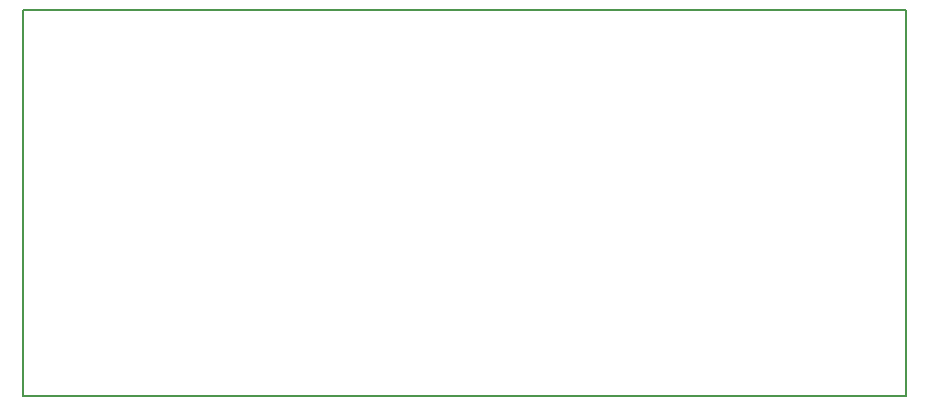
<source format=gm1>
%TF.GenerationSoftware,KiCad,Pcbnew,(6.0.0)*%
%TF.CreationDate,2022-01-10T19:28:16+00:00*%
%TF.ProjectId,DiscProgrammer,44697363-5072-46f6-9772-616d6d65722e,rev?*%
%TF.SameCoordinates,Original*%
%TF.FileFunction,Profile,NP*%
%FSLAX46Y46*%
G04 Gerber Fmt 4.6, Leading zero omitted, Abs format (unit mm)*
G04 Created by KiCad (PCBNEW (6.0.0)) date 2022-01-10 19:28:16*
%MOMM*%
%LPD*%
G01*
G04 APERTURE LIST*
%TA.AperFunction,Profile*%
%ADD10C,0.200000*%
%TD*%
G04 APERTURE END LIST*
D10*
X47500000Y-25600000D02*
X122250000Y-25600000D01*
X122250000Y-25600000D02*
X122250000Y-58250000D01*
X122250000Y-58250000D02*
X47500000Y-58250000D01*
X47500000Y-58250000D02*
X47500000Y-25600000D01*
M02*

</source>
